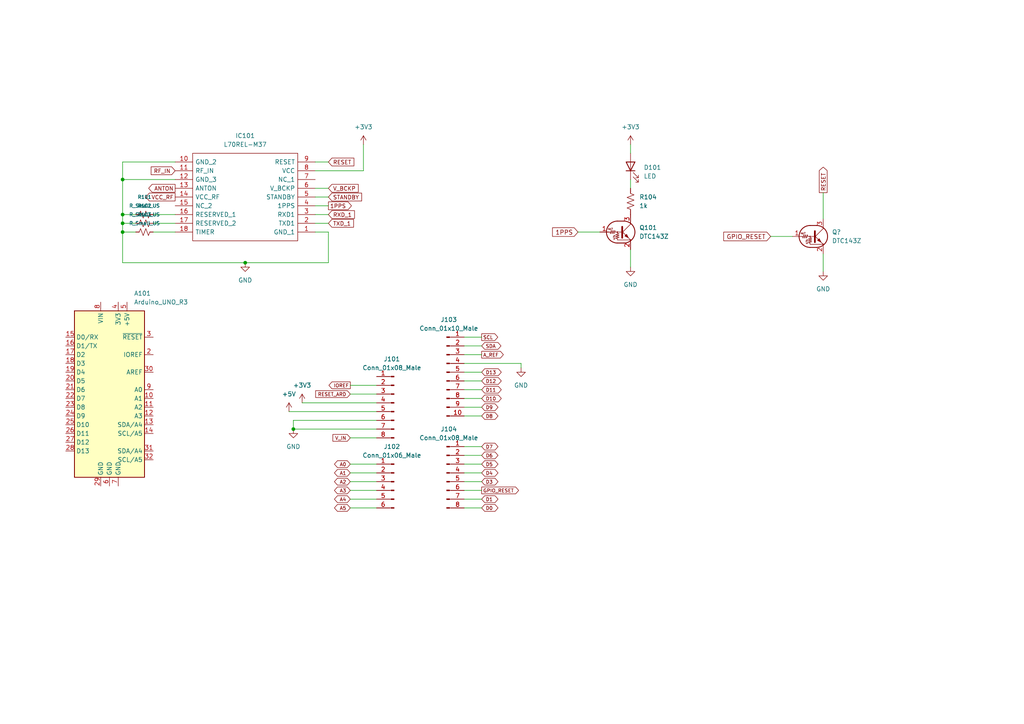
<source format=kicad_sch>
(kicad_sch (version 20211123) (generator eeschema)
  (paper "A4")
  (title_block (title "PCB Test #1") (date "2022-12-21") (rev "-") (company "Lachlan Drake"))
  (lib_symbols
    (symbol "Connector:Conn_01x06_Male" (pin_names (offset 1.016) hide)
      (property "Reference" "J" (at 0 7.62 0))
      (property "Value" "Conn_01x06_Male" (at 0 -10.16 0))
      (symbol "Conn_01x06_Male_1_1"
        (polyline (pts (xy 1.27 -7.62) (xy 0.8636 -7.62)) (stroke (width 0.1524)))
        (polyline (pts (xy 1.27 -5.08) (xy 0.8636 -5.08)) (stroke (width 0.1524)))
        (polyline (pts (xy 1.27 -2.54) (xy 0.8636 -2.54)) (stroke (width 0.1524)))
        (polyline (pts (xy 1.27 0) (xy 0.8636 0)) (stroke (width 0.1524)))
        (polyline (pts (xy 1.27 2.54) (xy 0.8636 2.54)) (stroke (width 0.1524)))
        (polyline (pts (xy 1.27 5.08) (xy 0.8636 5.08)) (stroke (width 0.1524)))
        (rectangle (start 0.8636 -7.493) (end 0 -7.747) (stroke (width 0.1524)) (fill (type outline)))
        (rectangle (start 0.8636 -4.953) (end 0 -5.207) (stroke (width 0.1524)) (fill (type outline)))
        (rectangle (start 0.8636 -2.413) (end 0 -2.667) (stroke (width 0.1524)) (fill (type outline)))
        (rectangle (start 0.8636 0.127) (end 0 -0.127) (stroke (width 0.1524)) (fill (type outline)))
        (rectangle (start 0.8636 2.667) (end 0 2.413) (stroke (width 0.1524)) (fill (type outline)))
        (rectangle (start 0.8636 5.207) (end 0 4.953) (stroke (width 0.1524)) (fill (type outline)))
        (pin passive line (at 5.08 5.08 180) (length 3.81) (name "Pin_1") (number "1"))
        (pin passive line (at 5.08 2.54 180) (length 3.81) (name "Pin_2") (number "2"))
        (pin passive line (at 5.08 0 180) (length 3.81) (name "Pin_3") (number "3"))
        (pin passive line (at 5.08 -2.54 180) (length 3.81) (name "Pin_4") (number "4"))
        (pin passive line (at 5.08 -5.08 180) (length 3.81) (name "Pin_5") (number "5"))
        (pin passive line (at 5.08 -7.62 180) (length 3.81) (name "Pin_6") (number "6"))
      )
    )
    (symbol "Connector:Conn_01x08_Male" (pin_names (offset 1.016) hide)
      (property "Reference" "J" (at 0 10.16 0))
      (property "Value" "Conn_01x08_Male" (at 0 -12.7 0))
      (symbol "Conn_01x08_Male_1_1"
        (polyline (pts (xy 1.27 -10.16) (xy 0.8636 -10.16)) (stroke (width 0.1524)))
        (polyline (pts (xy 1.27 -7.62) (xy 0.8636 -7.62)) (stroke (width 0.1524)))
        (polyline (pts (xy 1.27 -5.08) (xy 0.8636 -5.08)) (stroke (width 0.1524)))
        (polyline (pts (xy 1.27 -2.54) (xy 0.8636 -2.54)) (stroke (width 0.1524)))
        (polyline (pts (xy 1.27 0) (xy 0.8636 0)) (stroke (width 0.1524)))
        (polyline (pts (xy 1.27 2.54) (xy 0.8636 2.54)) (stroke (width 0.1524)))
        (polyline (pts (xy 1.27 5.08) (xy 0.8636 5.08)) (stroke (width 0.1524)))
        (polyline (pts (xy 1.27 7.62) (xy 0.8636 7.62)) (stroke (width 0.1524)))
        (rectangle (start 0.8636 -10.033) (end 0 -10.287) (stroke (width 0.1524)) (fill (type outline)))
        (rectangle (start 0.8636 -7.493) (end 0 -7.747) (stroke (width 0.1524)) (fill (type outline)))
        (rectangle (start 0.8636 -4.953) (end 0 -5.207) (stroke (width 0.1524)) (fill (type outline)))
        (rectangle (start 0.8636 -2.413) (end 0 -2.667) (stroke (width 0.1524)) (fill (type outline)))
        (rectangle (start 0.8636 0.127) (end 0 -0.127) (stroke (width 0.1524)) (fill (type outline)))
        (rectangle (start 0.8636 2.667) (end 0 2.413) (stroke (width 0.1524)) (fill (type outline)))
        (rectangle (start 0.8636 5.207) (end 0 4.953) (stroke (width 0.1524)) (fill (type outline)))
        (rectangle (start 0.8636 7.747) (end 0 7.493) (stroke (width 0.1524)) (fill (type outline)))
        (pin passive line (at 5.08 7.62 180) (length 3.81) (name "Pin_1") (number "1"))
        (pin passive line (at 5.08 5.08 180) (length 3.81) (name "Pin_2") (number "2"))
        (pin passive line (at 5.08 2.54 180) (length 3.81) (name "Pin_3") (number "3"))
        (pin passive line (at 5.08 0 180) (length 3.81) (name "Pin_4") (number "4"))
        (pin passive line (at 5.08 -2.54 180) (length 3.81) (name "Pin_5") (number "5"))
        (pin passive line (at 5.08 -5.08 180) (length 3.81) (name "Pin_6") (number "6"))
        (pin passive line (at 5.08 -7.62 180) (length 3.81) (name "Pin_7") (number "7"))
        (pin passive line (at 5.08 -10.16 180) (length 3.81) (name "Pin_8") (number "8"))
      )
    )
    (symbol "Connector:Conn_01x10_Male" (pin_names (offset 1.016) hide)
      (property "Reference" "J" (at 0 12.7 0))
      (property "Value" "Conn_01x10_Male" (at 0 -15.24 0))
      (symbol "Conn_01x10_Male_1_1"
        (polyline (pts (xy 1.27 -12.7) (xy 0.8636 -12.7)) (stroke (width 0.1524)))
        (polyline (pts (xy 1.27 -10.16) (xy 0.8636 -10.16)) (stroke (width 0.1524)))
        (polyline (pts (xy 1.27 -7.62) (xy 0.8636 -7.62)) (stroke (width 0.1524)))
        (polyline (pts (xy 1.27 -5.08) (xy 0.8636 -5.08)) (stroke (width 0.1524)))
        (polyline (pts (xy 1.27 -2.54) (xy 0.8636 -2.54)) (stroke (width 0.1524)))
        (polyline (pts (xy 1.27 0) (xy 0.8636 0)) (stroke (width 0.1524)))
        (polyline (pts (xy 1.27 2.54) (xy 0.8636 2.54)) (stroke (width 0.1524)))
        (polyline (pts (xy 1.27 5.08) (xy 0.8636 5.08)) (stroke (width 0.1524)))
        (polyline (pts (xy 1.27 7.62) (xy 0.8636 7.62)) (stroke (width 0.1524)))
        (polyline (pts (xy 1.27 10.16) (xy 0.8636 10.16)) (stroke (width 0.1524)))
        (rectangle (start 0.8636 -12.573) (end 0 -12.827) (stroke (width 0.1524)) (fill (type outline)))
        (rectangle (start 0.8636 -10.033) (end 0 -10.287) (stroke (width 0.1524)) (fill (type outline)))
        (rectangle (start 0.8636 -7.493) (end 0 -7.747) (stroke (width 0.1524)) (fill (type outline)))
        (rectangle (start 0.8636 -4.953) (end 0 -5.207) (stroke (width 0.1524)) (fill (type outline)))
        (rectangle (start 0.8636 -2.413) (end 0 -2.667) (stroke (width 0.1524)) (fill (type outline)))
        (rectangle (start 0.8636 0.127) (end 0 -0.127) (stroke (width 0.1524)) (fill (type outline)))
        (rectangle (start 0.8636 2.667) (end 0 2.413) (stroke (width 0.1524)) (fill (type outline)))
        (rectangle (start 0.8636 5.207) (end 0 4.953) (stroke (width 0.1524)) (fill (type outline)))
        (rectangle (start 0.8636 7.747) (end 0 7.493) (stroke (width 0.1524)) (fill (type outline)))
        (rectangle (start 0.8636 10.287) (end 0 10.033) (stroke (width 0.1524)) (fill (type outline)))
        (pin passive line (at 5.08 10.16 180) (length 3.81) (name "Pin_1") (number "1"))
        (pin passive line (at 5.08 -12.7 180) (length 3.81) (name "Pin_10") (number "10"))
        (pin passive line (at 5.08 7.62 180) (length 3.81) (name "Pin_2") (number "2"))
        (pin passive line (at 5.08 5.08 180) (length 3.81) (name "Pin_3") (number "3"))
        (pin passive line (at 5.08 2.54 180) (length 3.81) (name "Pin_4") (number "4"))
        (pin passive line (at 5.08 0 180) (length 3.81) (name "Pin_5") (number "5"))
        (pin passive line (at 5.08 -2.54 180) (length 3.81) (name "Pin_6") (number "6"))
        (pin passive line (at 5.08 -5.08 180) (length 3.81) (name "Pin_7") (number "7"))
        (pin passive line (at 5.08 -7.62 180) (length 3.81) (name "Pin_8") (number "8"))
        (pin passive line (at 5.08 -10.16 180) (length 3.81) (name "Pin_9") (number "9"))
      )
    )
    (symbol "Device:LED" (pin_numbers hide) (pin_names (offset 1.016) hide)
      (property "Reference" "D" (at 0 2.54 0))
      (property "Value" "LED" (at 0 -2.54 0))
      (symbol "LED_0_1"
        (polyline (pts (xy -1.27 -1.27) (xy -1.27 1.27)) (stroke (width 0.254)))
        (polyline (pts (xy -1.27 0) (xy 1.27 0)))
        (polyline (pts (xy 1.27 -1.27) (xy 1.27 1.27) (xy -1.27 0) (xy 1.27 -1.27)) (stroke (width 0.254)))
        (polyline (pts (xy -3.048 -0.762) (xy -4.572 -2.286) (xy -3.81 -2.286) (xy -4.572 -2.286) (xy -4.572 -1.524)))
        (polyline (pts (xy -1.778 -0.762) (xy -3.302 -2.286) (xy -2.54 -2.286) (xy -3.302 -2.286) (xy -3.302 -1.524)))
      )
      (symbol "LED_1_1"
        (pin passive line (at -3.81 0 0) (length 2.54) (name "K") (number "1"))
        (pin passive line (at 3.81 0 180) (length 2.54) (name "A") (number "2"))
      )
    )
    (symbol "Device:R_Small_US" (pin_numbers hide) (pin_names (offset 0.254) hide)
      (property "Reference" "R" (at 0.762 0.508 0))
      (property "Value" "R_Small_US" (at 0.762 -1.016 0))
      (symbol "R_Small_US_1_1"
        (polyline (pts (xy 0 0) (xy 1.016 -0.381) (xy 0 -0.762) (xy -1.016 -1.143) (xy 0 -1.524)))
        (polyline (pts (xy 0 1.524) (xy 1.016 1.143) (xy 0 0.762) (xy -1.016 0.381) (xy 0 0)))
        (pin passive line (at 0 2.54 270) (length 1.016) (name "~") (number "1"))
        (pin passive line (at 0 -2.54 90) (length 1.016) (name "~") (number "2"))
      )
    )
    (symbol "Device:R_US" (pin_numbers hide) (pin_names (offset 0))
      (property "Reference" "R" (at 2.54 0 90))
      (property "Value" "R_US" (at -2.54 0 90))
      (symbol "R_US_0_1"
        (polyline (pts (xy 0 -2.286) (xy 0 -2.54)))
        (polyline (pts (xy 0 2.286) (xy 0 2.54)))
        (polyline (pts (xy 0 -0.762) (xy 1.016 -1.143) (xy 0 -1.524) (xy -1.016 -1.905) (xy 0 -2.286)))
        (polyline (pts (xy 0 0.762) (xy 1.016 0.381) (xy 0 0) (xy -1.016 -0.381) (xy 0 -0.762)))
        (polyline (pts (xy 0 2.286) (xy 1.016 1.905) (xy 0 1.524) (xy -1.016 1.143) (xy 0 0.762)))
      )
      (symbol "R_US_1_1"
        (pin passive line (at 0 3.81 270) (length 1.27) (name "~") (number "1"))
        (pin passive line (at 0 -3.81 90) (length 1.27) (name "~") (number "2"))
      )
    )
    (symbol "GPS Module:L70REL-M37-EIT" (pin_names (offset 0.762))
      (property "Reference" "IC" (at 36.83 7.62 0))
      (property "Value" "L70REL-M37-EIT" (at 36.83 5.08 0))
      (symbol "L70REL-M37-EIT_0_0"
        (pin passive line (at 40.64 -20.32 180) (length 5.08) (name "GND_1") (number "1"))
        (pin passive line (at 0 0 0) (length 5.08) (name "GND_2") (number "10"))
        (pin passive line (at 0 -2.54 0) (length 5.08) (name "RF_IN") (number "11"))
        (pin passive line (at 0 -5.08 0) (length 5.08) (name "GND_3") (number "12"))
        (pin passive line (at 0 -7.62 0) (length 5.08) (name "ANTON") (number "13"))
        (pin passive line (at 0 -10.16 0) (length 5.08) (name "VCC_RF") (number "14"))
        (pin passive line (at 0 -12.7 0) (length 5.08) (name "NC_2") (number "15"))
        (pin passive line (at 0 -15.24 0) (length 5.08) (name "RESERVED_1") (number "16"))
        (pin passive line (at 0 -17.78 0) (length 5.08) (name "RESERVED_2") (number "17"))
        (pin passive line (at 0 -20.32 0) (length 5.08) (name "TIMER") (number "18"))
        (pin passive line (at 40.64 -17.78 180) (length 5.08) (name "TXD1") (number "2"))
        (pin passive line (at 40.64 -15.24 180) (length 5.08) (name "RXD1") (number "3"))
        (pin passive line (at 40.64 -12.7 180) (length 5.08) (name "1PPS") (number "4"))
        (pin passive line (at 40.64 -10.16 180) (length 5.08) (name "STANDBY") (number "5"))
        (pin passive line (at 40.64 -7.62 180) (length 5.08) (name "V_BCKP") (number "6"))
        (pin passive line (at 40.64 -5.08 180) (length 5.08) (name "NC_1") (number "7"))
        (pin passive line (at 40.64 -2.54 180) (length 5.08) (name "VCC") (number "8"))
        (pin passive line (at 40.64 0 180) (length 5.08) (name "RESET") (number "9"))
      )
      (symbol "L70REL-M37-EIT_0_1"
        (polyline (pts (xy 5.08 2.54) (xy 35.56 2.54) (xy 35.56 -22.86) (xy 5.08 -22.86) (xy 5.08 2.54)) (stroke (width 0.1524)))
      )
    )
    (symbol "MCU_Module:Arduino_UNO_R3"
      (property "Reference" "A" (at -10.16 23.495 0))
      (property "Value" "Arduino_UNO_R3" (at 5.08 -26.67 0))
      (symbol "Arduino_UNO_R3_0_1"
        (rectangle (start -10.16 22.86) (end 10.16 -25.4) (stroke (width 0.254)) (fill (type background)))
      )
      (symbol "Arduino_UNO_R3_1_1"
        (pin no_connect line (at -10.16 -20.32 0) (length 2.54) hide (name "NC") (number "1"))
        (pin bidirectional line (at 12.7 -2.54 180) (length 2.54) (name "A1") (number "10"))
        (pin bidirectional line (at 12.7 -5.08 180) (length 2.54) (name "A2") (number "11"))
        (pin bidirectional line (at 12.7 -7.62 180) (length 2.54) (name "A3") (number "12"))
        (pin bidirectional line (at 12.7 -10.16 180) (length 2.54) (name "SDA/A4") (number "13"))
        (pin bidirectional line (at 12.7 -12.7 180) (length 2.54) (name "SCL/A5") (number "14"))
        (pin bidirectional line (at -12.7 15.24 0) (length 2.54) (name "D0/RX") (number "15"))
        (pin bidirectional line (at -12.7 12.7 0) (length 2.54) (name "D1/TX") (number "16"))
        (pin bidirectional line (at -12.7 10.16 0) (length 2.54) (name "D2") (number "17"))
        (pin bidirectional line (at -12.7 7.62 0) (length 2.54) (name "D3") (number "18"))
        (pin bidirectional line (at -12.7 5.08 0) (length 2.54) (name "D4") (number "19"))
        (pin output line (at 12.7 10.16 180) (length 2.54) (name "IOREF") (number "2"))
        (pin bidirectional line (at -12.7 2.54 0) (length 2.54) (name "D5") (number "20"))
        (pin bidirectional line (at -12.7 0 0) (length 2.54) (name "D6") (number "21"))
        (pin bidirectional line (at -12.7 -2.54 0) (length 2.54) (name "D7") (number "22"))
        (pin bidirectional line (at -12.7 -5.08 0) (length 2.54) (name "D8") (number "23"))
        (pin bidirectional line (at -12.7 -7.62 0) (length 2.54) (name "D9") (number "24"))
        (pin bidirectional line (at -12.7 -10.16 0) (length 2.54) (name "D10") (number "25"))
        (pin bidirectional line (at -12.7 -12.7 0) (length 2.54) (name "D11") (number "26"))
        (pin bidirectional line (at -12.7 -15.24 0) (length 2.54) (name "D12") (number "27"))
        (pin bidirectional line (at -12.7 -17.78 0) (length 2.54) (name "D13") (number "28"))
        (pin power_in line (at -2.54 -27.94 90) (length 2.54) (name "GND") (number "29"))
        (pin input line (at 12.7 15.24 180) (length 2.54) (name "~{RESET}") (number "3"))
        (pin input line (at 12.7 5.08 180) (length 2.54) (name "AREF") (number "30"))
        (pin bidirectional line (at 12.7 -17.78 180) (length 2.54) (name "SDA/A4") (number "31"))
        (pin bidirectional line (at 12.7 -20.32 180) (length 2.54) (name "SCL/A5") (number "32"))
        (pin power_out line (at 2.54 25.4 270) (length 2.54) (name "3V3") (number "4"))
        (pin power_out line (at 5.08 25.4 270) (length 2.54) (name "+5V") (number "5"))
        (pin power_in line (at 0 -27.94 90) (length 2.54) (name "GND") (number "6"))
        (pin power_in line (at 2.54 -27.94 90) (length 2.54) (name "GND") (number "7"))
        (pin power_in line (at -2.54 25.4 270) (length 2.54) (name "VIN") (number "8"))
        (pin bidirectional line (at 12.7 0 180) (length 2.54) (name "A0") (number "9"))
      )
    )
    (symbol "Transistor_BJT:DTC143Z" (pin_names (offset 0) hide)
      (property "Reference" "Q" (at 5.08 1.905 0))
      (property "Value" "DTC143Z" (at 5.08 0 0))
      (symbol "DTC143Z_0_0"
        (text "47k" (at -2.159 -1.524 900) (effects (font (size 0.508 0.508))))
        (text "4k7" (at -3.302 0.889 0) (effects (font (size 0.508 0.508))))
      )
      (symbol "DTC143Z_0_1"
        (circle (center -1.27 0) (radius 0.127))
        (arc (start -1.27 3.175) (mid -4.445 0) (end -1.27 -3.175) (stroke (width 0.254)))
        (polyline (pts (xy -3.429 0) (xy -3.81 0)))
        (polyline (pts (xy -1.27 -3.175) (xy 0.635 -3.175)) (stroke (width 0.254)))
        (polyline (pts (xy -1.27 3.175) (xy 0.635 3.175)) (stroke (width 0.254)))
        (polyline (pts (xy 0 -0.254) (xy 2.54 2.286)))
        (polyline (pts (xy 0.127 1.524) (xy 0.127 -1.651)) (stroke (width 0.508)) (fill (type outline)))
        (polyline (pts (xy 2.54 2.286) (xy 2.54 2.54)))
        (polyline (pts (xy 2.54 -2.286) (xy 0 0.254) (xy 0 0.254)))
        (polyline (pts (xy 0.889 -1.143) (xy 1.397 -0.635) (xy 1.905 -1.651) (xy 0.889 -1.143)) (fill (type outline)))
        (polyline (pts (xy 0 0) (xy -1.905 0) (xy -2.032 0.508) (xy -2.286 -0.508) (xy -2.54 0.508) (xy -2.794 -0.508) (xy -3.048 0.508) (xy -3.302 -0.508) (xy -3.429 0)))
        (polyline (pts (xy -1.27 0) (xy -1.27 -0.381) (xy -0.762 -0.508) (xy -1.778 -0.762) (xy -0.762 -1.016) (xy -1.778 -1.27) (xy -0.762 -1.524) (xy -1.778 -1.778) (xy -1.27 -1.905) (xy -1.27 -2.286) (xy 2.54 -2.286)))
        (arc (start 0.635 -3.175) (mid 3.81 0) (end 0.635 3.175) (stroke (width 0.254)))
        (circle (center 2.54 -2.286) (radius 0.127))
      )
      (symbol "DTC143Z_1_1"
        (pin input line (at -6.35 0 0) (length 2.54) (name "B") (number "1"))
        (pin passive line (at 2.54 -5.08 90) (length 2.54) (name "E") (number "2"))
        (pin passive line (at 2.54 5.08 270) (length 2.54) (name "C") (number "3"))
      )
    )
    (symbol "power:+3V3" (power) (pin_names (offset 0))
      (property "Value" "+3V3" (at 0 3.556 0))
      (symbol "+3V3_0_1"
        (polyline (pts (xy -0.762 1.27) (xy 0 2.54)))
        (polyline (pts (xy 0 0) (xy 0 2.54)))
        (polyline (pts (xy 0 2.54) (xy 0.762 1.27)))
      )
      (symbol "+3V3_1_1"
        (pin power_in line (at 0 0 90) (length 0) hide (name "+3V3") (number "1"))
      )
    )
    (symbol "power:+5V" (power) (pin_names (offset 0))
      (property "Value" "+5V" (at 0 3.556 0))
      (symbol "+5V_0_1"
        (polyline (pts (xy -0.762 1.27) (xy 0 2.54)))
        (polyline (pts (xy 0 0) (xy 0 2.54)))
        (polyline (pts (xy 0 2.54) (xy 0.762 1.27)))
      )
      (symbol "+5V_1_1"
        (pin power_in line (at 0 0 90) (length 0) hide (name "+5V") (number "1"))
      )
    )
    (symbol "power:GND" (power) (pin_names (offset 0))
      (property "Value" "GND" (at 0 -3.81 0))
      (symbol "GND_0_1"
        (polyline (pts (xy 0 0) (xy 0 -1.27) (xy 1.27 -1.27) (xy 0 -2.54) (xy -1.27 -1.27) (xy 0 -1.27)))
      )
      (symbol "GND_1_1"
        (pin power_in line (at 0 0 270) (length 0) hide (name "GND") (number "1"))
      )
    )
  )
  (junction (at 35.56 64.77))
  (junction (at 85.09 124.46))
  (junction (at 35.56 62.23))
  (junction (at 35.56 52.07))
  (junction (at 35.56 67.31))
  (junction (at 71.12 76.2))
  (wire (pts (xy 95.25 57.15) (xy 91.44 57.15)))
  (wire (pts (xy 238.76 55.88) (xy 238.76 63.5)))
  (wire (pts (xy 139.7 139.7) (xy 134.62 139.7)))
  (wire (pts (xy 182.88 72.39) (xy 182.88 77.47)))
  (wire (pts (xy 105.41 41.91) (xy 105.41 49.53)))
  (wire (pts (xy 35.56 67.31) (xy 35.56 76.2)))
  (wire (pts (xy 35.56 52.07) (xy 35.56 62.23)))
  (wire (pts (xy 139.7 132.08) (xy 134.62 132.08)))
  (wire (pts (xy 44.45 62.23) (xy 50.8 62.23)))
  (wire (pts (xy 101.6 137.16) (xy 109.22 137.16)))
  (wire (pts (xy 101.6 111.76) (xy 109.22 111.76)))
  (wire (pts (xy 71.12 76.2) (xy 95.25 76.2)))
  (wire (pts (xy 85.09 121.92) (xy 85.09 124.46)))
  (wire (pts (xy 134.62 105.41) (xy 151.13 105.41)))
  (wire (pts (xy 35.56 62.23) (xy 35.56 64.77)))
  (wire (pts (xy 139.7 129.54) (xy 134.62 129.54)))
  (wire (pts (xy 139.7 137.16) (xy 134.62 137.16)))
  (wire (pts (xy 85.09 121.92) (xy 109.22 121.92)))
  (wire (pts (xy 101.6 127) (xy 109.22 127)))
  (wire (pts (xy 50.8 46.99) (xy 35.56 46.99)))
  (wire (pts (xy 182.88 52.07) (xy 182.88 54.61)))
  (wire (pts (xy 101.6 144.78) (xy 109.22 144.78)))
  (wire (pts (xy 139.7 113.03) (xy 134.62 113.03)))
  (wire (pts (xy 95.25 59.69) (xy 91.44 59.69)))
  (wire (pts (xy 44.45 64.77) (xy 50.8 64.77)))
  (wire (pts (xy 85.09 124.46) (xy 109.22 124.46)))
  (wire (pts (xy 139.7 102.87) (xy 134.62 102.87)))
  (wire (pts (xy 35.56 62.23) (xy 39.37 62.23)))
  (wire (pts (xy 139.7 144.78) (xy 134.62 144.78)))
  (wire (pts (xy 139.7 134.62) (xy 134.62 134.62)))
  (wire (pts (xy 101.6 134.62) (xy 109.22 134.62)))
  (wire (pts (xy 35.56 46.99) (xy 35.56 52.07)))
  (wire (pts (xy 151.13 105.41) (xy 151.13 106.68)))
  (wire (pts (xy 44.45 67.31) (xy 50.8 67.31)))
  (wire (pts (xy 139.7 110.49) (xy 134.62 110.49)))
  (wire (pts (xy 35.56 64.77) (xy 35.56 67.31)))
  (wire (pts (xy 101.6 147.32) (xy 109.22 147.32)))
  (wire (pts (xy 139.7 120.65) (xy 134.62 120.65)))
  (wire (pts (xy 139.7 97.79) (xy 134.62 97.79)))
  (wire (pts (xy 91.44 67.31) (xy 95.25 67.31)))
  (wire (pts (xy 95.25 46.99) (xy 91.44 46.99)))
  (wire (pts (xy 95.25 64.77) (xy 91.44 64.77)))
  (wire (pts (xy 105.41 49.53) (xy 91.44 49.53)))
  (wire (pts (xy 139.7 107.95) (xy 134.62 107.95)))
  (wire (pts (xy 223.52 68.58) (xy 229.87 68.58)))
  (wire (pts (xy 139.7 115.57) (xy 134.62 115.57)))
  (wire (pts (xy 35.56 67.31) (xy 39.37 67.31)))
  (wire (pts (xy 182.88 41.91) (xy 182.88 44.45)))
  (wire (pts (xy 139.7 100.33) (xy 134.62 100.33)))
  (wire (pts (xy 101.6 114.3) (xy 109.22 114.3)))
  (wire (pts (xy 139.7 147.32) (xy 134.62 147.32)))
  (wire (pts (xy 95.25 67.31) (xy 95.25 76.2)))
  (wire (pts (xy 83.82 119.38) (xy 109.22 119.38)))
  (wire (pts (xy 87.63 116.84) (xy 109.22 116.84)))
  (wire (pts (xy 101.6 139.7) (xy 109.22 139.7)))
  (wire (pts (xy 95.25 62.23) (xy 91.44 62.23)))
  (wire (pts (xy 139.7 118.11) (xy 134.62 118.11)))
  (wire (pts (xy 35.56 52.07) (xy 50.8 52.07)))
  (wire (pts (xy 35.56 76.2) (xy 71.12 76.2)))
  (wire (pts (xy 101.6 142.24) (xy 109.22 142.24)))
  (wire (pts (xy 139.7 142.24) (xy 134.62 142.24)))
  (wire (pts (xy 167.64 67.31) (xy 173.99 67.31)))
  (wire (pts (xy 95.25 54.61) (xy 91.44 54.61)))
  (wire (pts (xy 238.76 73.66) (xy 238.76 78.74)))
  (wire (pts (xy 35.56 64.77) (xy 39.37 64.77)))
  (global_label "A_REF" (shape output) (at 139.7 102.87 0) (effects (font (size 1 1))) (property "Intersheet References" "${INTERSHEET_REFS}" (effects hide)))
  (global_label "D7" (shape bidirectional) (at 139.7 129.54 0) (effects (font (size 1 1))) (property "Intersheet References" "${INTERSHEET_REFS}" (effects hide)))
  (global_label "A1" (shape bidirectional) (at 101.6 137.16 180) (effects (font (size 1 1))) (property "Intersheet References" "${INTERSHEET_REFS}" (effects hide)))
  (global_label "V_BCKP" (shape input) (at 95.25 54.61 0) (effects (font (size 1.15 1.15))) (property "Intersheet References" "${INTERSHEET_REFS}" (effects hide)))
  (global_label "A5" (shape bidirectional) (at 101.6 147.32 180) (effects (font (size 1 1))) (property "Intersheet References" "${INTERSHEET_REFS}" (effects hide)))
  (global_label "A0" (shape bidirectional) (at 101.6 134.62 180) (effects (font (size 1 1))) (property "Intersheet References" "${INTERSHEET_REFS}" (effects hide)))
  (global_label "SCL" (shape output) (at 139.7 97.79 0) (effects (font (size 1 1))) (property "Intersheet References" "${INTERSHEET_REFS}" (effects hide)))
  (global_label "V_IN" (shape input) (at 101.6 127 180) (effects (font (size 1 1))) (property "Intersheet References" "${INTERSHEET_REFS}" (effects hide)))
  (global_label "1PPS" (shape output) (at 95.25 59.69 0) (effects (font (size 1.15 1.15))) (property "Intersheet References" "${INTERSHEET_REFS}" (effects hide)))
  (global_label "TXD_1" (shape input) (at 95.25 64.77 0) (effects (font (size 1.15 1.15))) (property "Intersheet References" "${INTERSHEET_REFS}" (effects hide)))
  (global_label "GPIO_RESET" (shape input) (at 223.52 68.58 180) (property "Intersheet References" "${INTERSHEET_REFS}" (effects hide)))
  (global_label "ANTON" (shape output) (at 50.8 54.61 180) (effects (font (size 1.15 1.15))) (property "Intersheet References" "${INTERSHEET_REFS}" (effects hide)))
  (global_label "RESET" (shape output) (at 238.76 55.88 90) (effects (font (size 1.15 1.15))) (property "Intersheet References" "${INTERSHEET_REFS}" (effects hide)))
  (global_label "A3" (shape bidirectional) (at 101.6 142.24 180) (effects (font (size 1 1))) (property "Intersheet References" "${INTERSHEET_REFS}" (effects hide)))
  (global_label "D3" (shape bidirectional) (at 139.7 139.7 0) (effects (font (size 1 1))) (property "Intersheet References" "${INTERSHEET_REFS}" (effects hide)))
  (global_label "D12" (shape bidirectional) (at 139.7 110.49 0) (effects (font (size 1 1))) (property "Intersheet References" "${INTERSHEET_REFS}" (effects hide)))
  (global_label "SDA" (shape bidirectional) (at 139.7 100.33 0) (effects (font (size 1 1))) (property "Intersheet References" "${INTERSHEET_REFS}" (effects hide)))
  (global_label "D9" (shape bidirectional) (at 139.7 118.11 0) (effects (font (size 1 1))) (property "Intersheet References" "${INTERSHEET_REFS}" (effects hide)))
  (global_label "RF_IN" (shape input) (at 50.8 49.53 180) (effects (font (size 1.15 1.15))) (property "Intersheet References" "${INTERSHEET_REFS}" (effects hide)))
  (global_label "D13" (shape bidirectional) (at 139.7 107.95 0) (effects (font (size 1 1))) (property "Intersheet References" "${INTERSHEET_REFS}" (effects hide)))
  (global_label "A4" (shape bidirectional) (at 101.6 144.78 180) (effects (font (size 1 1))) (property "Intersheet References" "${INTERSHEET_REFS}" (effects hide)))
  (global_label "D6" (shape bidirectional) (at 139.7 132.08 0) (effects (font (size 1 1))) (property "Intersheet References" "${INTERSHEET_REFS}" (effects hide)))
  (global_label "D1" (shape bidirectional) (at 139.7 144.78 0) (effects (font (size 1 1))) (property "Intersheet References" "${INTERSHEET_REFS}" (effects hide)))
  (global_label "STANDBY" (shape input) (at 95.25 57.15 0) (effects (font (size 1.15 1.15))) (property "Intersheet References" "${INTERSHEET_REFS}" (effects hide)))
  (global_label "VCC_RF" (shape output) (at 50.8 57.15 180) (effects (font (size 1.15 1.15))) (property "Intersheet References" "${INTERSHEET_REFS}" (effects hide)))
  (global_label "1PPS" (shape input) (at 167.64 67.31 180) (property "Intersheet References" "${INTERSHEET_REFS}" (effects hide)))
  (global_label "D8" (shape bidirectional) (at 139.7 120.65 0) (effects (font (size 1 1))) (property "Intersheet References" "${INTERSHEET_REFS}" (effects hide)))
  (global_label "D0" (shape bidirectional) (at 139.7 147.32 0) (effects (font (size 1 1))) (property "Intersheet References" "${INTERSHEET_REFS}" (effects hide)))
  (global_label "D10" (shape bidirectional) (at 139.7 115.57 0) (effects (font (size 1 1))) (property "Intersheet References" "${INTERSHEET_REFS}" (effects hide)))
  (global_label "RESET" (shape input) (at 95.25 46.99 0) (effects (font (size 1.15 1.15))) (property "Intersheet References" "${INTERSHEET_REFS}" (effects hide)))
  (global_label "RXD_1" (shape input) (at 95.25 62.23 0) (effects (font (size 1.15 1.15))) (property "Intersheet References" "${INTERSHEET_REFS}" (effects hide)))
  (global_label "IOREF" (shape output) (at 101.6 111.76 180) (effects (font (size 1 1))) (property "Intersheet References" "${INTERSHEET_REFS}" (effects hide)))
  (global_label "GPIO_RESET" (shape output) (at 139.7 142.24 0) (effects (font (size 1 1))) (property "Intersheet References" "${INTERSHEET_REFS}" (effects hide)))
  (global_label "A2" (shape bidirectional) (at 101.6 139.7 180) (effects (font (size 1 1))) (property "Intersheet References" "${INTERSHEET_REFS}" (effects hide)))
  (global_label "D5" (shape bidirectional) (at 139.7 134.62 0) (effects (font (size 1 1))) (property "Intersheet References" "${INTERSHEET_REFS}" (effects hide)))
  (global_label "RESET_ARD" (shape input) (at 101.6 114.3 180) (effects (font (size 1 1))) (property "Intersheet References" "${INTERSHEET_REFS}" (effects hide)))
  (global_label "D4" (shape bidirectional) (at 139.7 137.16 0) (effects (font (size 1 1))) (property "Intersheet References" "${INTERSHEET_REFS}" (effects hide)))
  (global_label "D11" (shape bidirectional) (at 139.7 113.03 0) (effects (font (size 1 1))) (property "Intersheet References" "${INTERSHEET_REFS}" (effects hide)))
  (symbol (lib_id "Transistor_BJT:DTC143Z") (at 236.22 68.58 0) (unit 1)
    (property "Reference" "Q?" (at 241.3 67.3099 0) (effects (justify left)))
    (property "Value" "DTC143Z" (at 241.3 69.8499 0) (effects (justify left)))
    (property "Footprint" "Package_TO_SOT_SMD:SOT-416" (effects hide))
  )
  (symbol (lib_id "power:GND") (at 71.12 76.2 0) (unit 1)
    (property "Reference" "#PWR0102" (effects hide))
    (property "Value" "GND" (at 71.12 81.28 0))
  )
  (symbol (lib_id "Connector:Conn_01x06_Male") (at 114.3 139.7 0) (mirror y) (unit 1)
    (property "Reference" "J102" (at 113.665 129.54 0))
    (property "Value" "Conn_01x06_Male" (at 113.665 132.08 0))
    (property "Footprint" "Connector_PinHeader_2.54mm:PinHeader_1x06_P2.54mm_Vertical" (effects hide))
  )
  (symbol (lib_id "Connector:Conn_01x08_Male") (at 114.3 116.84 0) (mirror y) (unit 1)
    (property "Reference" "J101" (at 113.665 104.14 0))
    (property "Value" "Conn_01x08_Male" (at 113.665 106.68 0))
    (property "Footprint" "Connector_PinHeader_2.54mm:PinHeader_1x08_P2.54mm_Vertical" (effects hide))
  )
  (symbol (lib_id "power:+3V3") (at 105.41 41.91 0) (unit 1)
    (property "Reference" "#PWR0106" (effects hide))
    (property "Value" "+3V3" (at 105.41 36.83 0))
  )
  (symbol (lib_id "power:GND") (at 151.13 106.68 0) (unit 1)
    (property "Reference" "#PWR?" (effects hide))
    (property "Value" "GND" (at 151.13 111.76 0))
  )
  (symbol (lib_id "power:GND") (at 182.88 77.47 0) (unit 1)
    (property "Reference" "#PWR0101" (effects hide))
    (property "Value" "GND" (at 182.88 82.55 0))
  )
  (symbol (lib_id "Device:LED") (at 182.88 48.26 90) (unit 1)
    (property "Reference" "D101" (at 186.69 48.5774 90) (effects (justify right)))
    (property "Value" "LED" (at 186.69 51.1174 90) (effects (justify right)))
    (property "Footprint" "LED_SMD:LED_1210_3225Metric" (effects hide))
  )
  (symbol (lib_id "Device:R_Small_US") (at 41.91 62.23 90) (unit 1)
    (property "Reference" "R101" (at 41.91 57.15 90) (effects (font (size 1 1))))
    (property "Value" "R_Small_US" (at 41.91 59.69 90) (effects (font (size 1 1))))
    (property "Footprint" "Resistor_SMD:R_1206_3216Metric" (effects hide))
  )
  (symbol (lib_id "MCU_Module:Arduino_UNO_R3") (at 31.75 113.03 0) (unit 1)
    (property "Reference" "A101" (at 38.8494 85.09 0) (effects (justify left)))
    (property "Value" "Arduino_UNO_R3" (at 38.8494 87.63 0) (effects (justify left)))
    (property "Footprint" "Module:Arduino_UNO_R3" (effects hide))
    (property "Datasheet" "https://www.arduino.cc/en/Main/arduinoBoardUno" (effects hide))
  )
  (symbol (lib_id "power:+3V3") (at 87.63 116.84 0) (unit 1)
    (property "Reference" "#PWR0104" (effects hide))
    (property "Value" "+3V3" (at 87.63 111.76 0))
  )
  (symbol (lib_id "power:GND") (at 85.09 124.46 0) (unit 1)
    (property "Reference" "#PWR0105" (effects hide))
    (property "Value" "GND" (at 85.09 129.54 0))
  )
  (symbol (lib_id "power:GND") (at 238.76 78.74 0) (unit 1)
    (property "Reference" "#PWR?" (effects hide))
    (property "Value" "GND" (at 238.76 83.82 0))
  )
  (symbol (lib_id "Device:R_Small_US") (at 41.91 67.31 90) (unit 1)
    (property "Reference" "R103" (at 41.91 62.23 90) (effects (font (size 1 1))))
    (property "Value" "R_Small_US" (at 41.91 64.77 90) (effects (font (size 1 1))))
    (property "Footprint" "Resistor_SMD:R_1206_3216Metric" (effects hide))
  )
  (symbol (lib_id "Connector:Conn_01x10_Male") (at 129.54 107.95 0) (unit 1)
    (property "Reference" "J103" (at 130.175 92.71 0))
    (property "Value" "Conn_01x10_Male" (at 130.175 95.25 0))
    (property "Footprint" "Connector_PinHeader_2.54mm:PinHeader_1x10_P2.54mm_Vertical" (effects hide))
  )
  (symbol (lib_id "Connector:Conn_01x08_Male") (at 129.54 137.16 0) (unit 1)
    (property "Reference" "J104" (at 130.175 124.46 0))
    (property "Value" "Conn_01x08_Male" (at 130.175 127 0))
    (property "Footprint" "Connector_PinHeader_2.54mm:PinHeader_1x08_P2.54mm_Vertical" (effects hide))
  )
  (symbol (lib_id "Transistor_BJT:DTC143Z") (at 180.34 67.31 0) (unit 1)
    (property "Reference" "Q101" (at 185.42 66.0399 0) (effects (justify left)))
    (property "Value" "DTC143Z" (at 185.42 68.5799 0) (effects (justify left)))
    (property "Footprint" "Package_TO_SOT_SMD:SOT-416" (effects hide))
  )
  (symbol (lib_id "GPS Module:L70REL-M37-EIT") (at 50.8 46.99 0) (unit 1)
    (property "Reference" "IC101" (at 71.12 39.37 0))
    (property "Value" "L70REL-M37" (at 71.12 41.91 0))
    (property "Footprint" "L70REL-M37-EIT:L70RELM37EIT" (effects hide))
    (property "Description" "GPS Modules GNSS" (effects hide))
    (property "Height" "2.65" (effects hide))
    (property "Mouser Part Number" "277-L70REL-M37-EIT" (effects hide))
    (property "Mouser Price/Stock" "https://www.mouser.co.uk/ProductDetail/Quectel/L70REL-M37-EIT?qs=GedFDFLaBXGTZxLutu7jMw%3D%3D" (effects hide))
    (property "Manufacturer_Name" "Quectel" (effects hide))
    (property "Manufacturer_Part_Number" "L70REL-M37-EIT" (effects hide))
  )
  (symbol (lib_id "Device:R_US") (at 182.88 58.42 0) (unit 1)
    (property "Reference" "R104" (at 185.42 57.1499 0) (effects (justify left)))
    (property "Value" "1k" (at 185.42 59.6899 0) (effects (justify left)))
    (property "Footprint" "Resistor_SMD:R_1206_3216Metric" (effects hide))
  )
  (symbol (lib_id "power:+5V") (at 83.82 119.38 0) (unit 1)
    (property "Reference" "#PWR0103" (effects hide))
    (property "Value" "+5V" (at 83.82 114.3 0))
  )
  (symbol (lib_id "power:+3V3") (at 182.88 41.91 0) (unit 1)
    (property "Reference" "#PWR0107" (effects hide))
    (property "Value" "+3V3" (at 182.88 36.83 0))
  )
  (symbol (lib_id "Device:R_Small_US") (at 41.91 64.77 90) (unit 1)
    (property "Reference" "R102" (at 41.91 59.69 90) (effects (font (size 1 1))))
    (property "Value" "R_Small_US" (at 41.91 62.23 90) (effects (font (size 1 1))))
    (property "Footprint" "Resistor_SMD:R_1206_3216Metric" (effects hide))
  )
)
</source>
